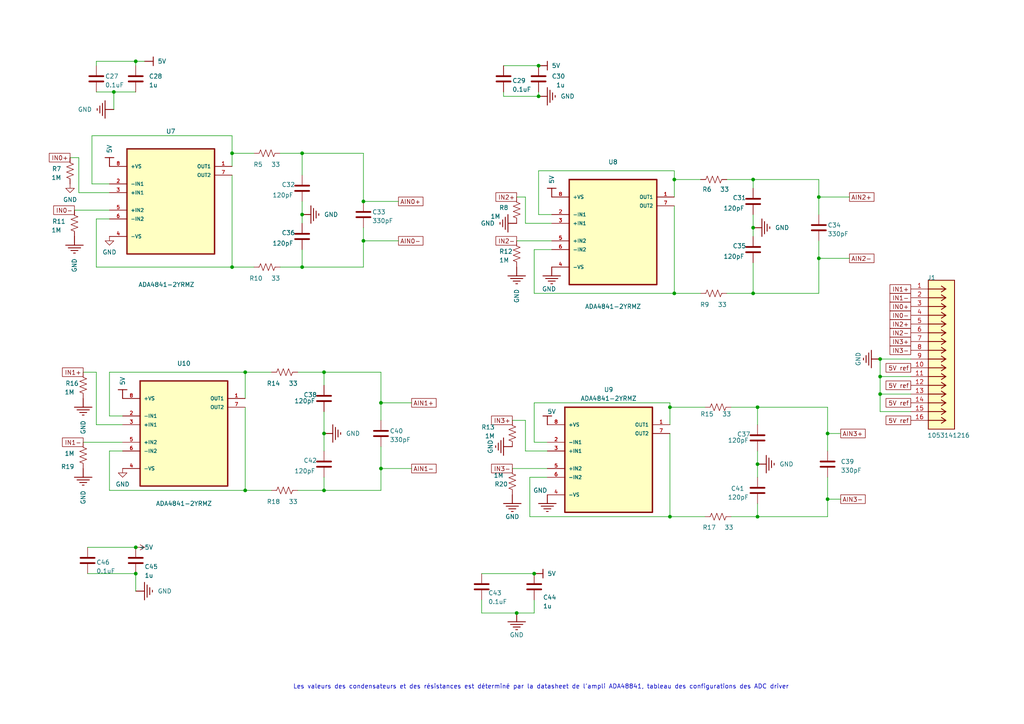
<source format=kicad_sch>
(kicad_sch (version 20211123) (generator eeschema)
  (paper "A4")
  (lib_symbols
    (symbol "ADA4841:ADA4841-2YRMZ" (pin_names (offset 1.016))
      (property "Reference" "U" (at -5.1054 14.5542 0))
      (property "Value" "ADA4841-2YRMZ" (at -7.7724 -21.1074 0))
      (symbol "ADA4841-2YRMZ_0_0"
        (rectangle (start -12.7 -17.78) (end 12.7 12.7) (stroke (width 0.4064)) (fill (type background)))
        (pin output line (at 17.78 7.62 180) (length 5.08) (name "OUT1") (number "1"))
        (pin input line (at -17.78 2.54 0) (length 5.08) (name "-IN1") (number "2"))
        (pin input line (at -17.78 0 0) (length 5.08) (name "+IN1") (number "3"))
        (pin power_in line (at -17.78 -12.7 0) (length 5.08) (name "-VS") (number "4"))
        (pin input line (at -17.78 -5.08 0) (length 5.08) (name "+IN2") (number "5"))
        (pin input line (at -17.78 -7.62 0) (length 5.08) (name "-IN2") (number "6"))
        (pin output line (at 17.78 5.08 180) (length 5.08) (name "OUT2") (number "7"))
        (pin power_in line (at -17.78 7.62 0) (length 5.08) (name "+VS") (number "8"))
      )
    )
    (symbol "Device:C" (pin_numbers hide) (pin_names (offset 0.254))
      (property "Reference" "C" (at 0.635 2.54 0))
      (property "Value" "C" (at 0.635 -2.54 0))
      (symbol "C_0_1"
        (polyline (pts (xy -2.032 -0.762) (xy 2.032 -0.762)) (stroke (width 0.508)))
        (polyline (pts (xy -2.032 0.762) (xy 2.032 0.762)) (stroke (width 0.508)))
      )
      (symbol "C_1_1"
        (pin passive line (at 0 3.81 270) (length 2.794) (name "~") (number "1"))
        (pin passive line (at 0 -3.81 90) (length 2.794) (name "~") (number "2"))
      )
    )
    (symbol "Device:R_US" (pin_numbers hide) (pin_names (offset 0))
      (property "Reference" "R" (at 2.54 0 90))
      (property "Value" "R_US" (at -2.54 0 90))
      (symbol "R_US_0_1"
        (polyline (pts (xy 0 -2.286) (xy 0 -2.54)))
        (polyline (pts (xy 0 2.286) (xy 0 2.54)))
        (polyline (pts (xy 0 -0.762) (xy 1.016 -1.143) (xy 0 -1.524) (xy -1.016 -1.905) (xy 0 -2.286)))
        (polyline (pts (xy 0 0.762) (xy 1.016 0.381) (xy 0 0) (xy -1.016 -0.381) (xy 0 -0.762)))
        (polyline (pts (xy 0 2.286) (xy 1.016 1.905) (xy 0 1.524) (xy -1.016 1.143) (xy 0 0.762)))
      )
      (symbol "R_US_1_1"
        (pin passive line (at 0 3.81 270) (length 1.27) (name "~") (number "1"))
        (pin passive line (at 0 -3.81 90) (length 1.27) (name "~") (number "2"))
      )
    )
    (symbol "driver0-3-altium-import:5V" (power)
      (property "Reference" "#PWR" (at 0 0 0))
      (property "Value" "5V" (at 0 3.81 0))
      (symbol "5V_0_0"
        (polyline (pts (xy -1.27 -2.54) (xy 1.27 -2.54)) (stroke (width 0.254)))
        (polyline (pts (xy 0 0) (xy 0 -2.54)) (stroke (width 0.254)))
        (pin power_in line (at 0 0 0) (length 0) hide (name "5V") (number ""))
      )
    )
    (symbol "driver0-3-altium-import:GND" (power)
      (property "Reference" "#PWR" (at 0 0 0))
      (property "Value" "GND" (at 0 6.35 0))
      (symbol "GND_0_0"
        (polyline (pts (xy -2.54 -2.54) (xy 2.54 -2.54)) (stroke (width 0.254)))
        (polyline (pts (xy -1.778 -3.302) (xy 1.778 -3.302)) (stroke (width 0.254)))
        (polyline (pts (xy -1.016 -4.064) (xy 1.016 -4.064)) (stroke (width 0.254)))
        (polyline (pts (xy -0.254 -4.826) (xy 0.254 -4.826)) (stroke (width 0.254)))
        (polyline (pts (xy 0 0) (xy 0 -2.54)) (stroke (width 0.254)))
        (pin power_in line (at 0 0 0) (length 0) hide (name "GND") (number ""))
      )
    )
    (symbol "lib:connector_accel"
      (property "Value" "connector_accel" (at 8.89 3.81 0))
      (symbol "connector_accel_1_0"
        (polyline (pts (xy 10.16 -38.1) (xy 5.08 -38.1)) (stroke (width 0.254)))
        (polyline (pts (xy 10.16 -38.1) (xy 8.89 -38.9467)) (stroke (width 0.254)))
        (polyline (pts (xy 10.16 -38.1) (xy 8.89 -37.2534)) (stroke (width 0.254)))
        (polyline (pts (xy 10.16 -35.56) (xy 5.08 -35.56)) (stroke (width 0.254)))
        (polyline (pts (xy 10.16 -35.56) (xy 8.89 -36.4067)) (stroke (width 0.254)))
        (polyline (pts (xy 10.16 -35.56) (xy 8.89 -34.7134)) (stroke (width 0.254)))
        (polyline (pts (xy 10.16 -33.02) (xy 5.08 -33.02)) (stroke (width 0.254)))
        (polyline (pts (xy 10.16 -33.02) (xy 8.89 -33.8667)) (stroke (width 0.254)))
        (polyline (pts (xy 10.16 -33.02) (xy 8.89 -32.1734)) (stroke (width 0.254)))
        (polyline (pts (xy 10.16 -30.48) (xy 5.08 -30.48)) (stroke (width 0.254)))
        (polyline (pts (xy 10.16 -30.48) (xy 8.89 -31.3267)) (stroke (width 0.254)))
        (polyline (pts (xy 10.16 -30.48) (xy 8.89 -29.6334)) (stroke (width 0.254)))
        (polyline (pts (xy 10.16 -27.94) (xy 5.08 -27.94)) (stroke (width 0.254)))
        (polyline (pts (xy 10.16 -27.94) (xy 8.89 -28.7867)) (stroke (width 0.254)))
        (polyline (pts (xy 10.16 -27.94) (xy 8.89 -27.0934)) (stroke (width 0.254)))
        (polyline (pts (xy 10.16 -25.4) (xy 5.08 -25.4)) (stroke (width 0.254)))
        (polyline (pts (xy 10.16 -25.4) (xy 8.89 -26.2467)) (stroke (width 0.254)))
        (polyline (pts (xy 10.16 -25.4) (xy 8.89 -24.5534)) (stroke (width 0.254)))
        (polyline (pts (xy 10.16 -22.86) (xy 5.08 -22.86)) (stroke (width 0.254)))
        (polyline (pts (xy 10.16 -22.86) (xy 8.89 -23.7067)) (stroke (width 0.254)))
        (polyline (pts (xy 10.16 -22.86) (xy 8.89 -22.0134)) (stroke (width 0.254)))
        (polyline (pts (xy 10.16 -20.32) (xy 5.08 -20.32)) (stroke (width 0.254)))
        (polyline (pts (xy 10.16 -20.32) (xy 8.89 -21.1667)) (stroke (width 0.254)))
        (polyline (pts (xy 10.16 -20.32) (xy 8.89 -19.4734)) (stroke (width 0.254)))
        (polyline (pts (xy 10.16 -17.78) (xy 5.08 -17.78)) (stroke (width 0.254)))
        (polyline (pts (xy 10.16 -17.78) (xy 8.89 -18.6267)) (stroke (width 0.254)))
        (polyline (pts (xy 10.16 -17.78) (xy 8.89 -16.9334)) (stroke (width 0.254)))
        (polyline (pts (xy 10.16 -15.24) (xy 5.08 -15.24)) (stroke (width 0.254)))
        (polyline (pts (xy 10.16 -15.24) (xy 8.89 -16.0867)) (stroke (width 0.254)))
        (polyline (pts (xy 10.16 -15.24) (xy 8.89 -14.3934)) (stroke (width 0.254)))
        (polyline (pts (xy 10.16 -12.7) (xy 5.08 -12.7)) (stroke (width 0.254)))
        (polyline (pts (xy 10.16 -12.7) (xy 8.89 -13.5467)) (stroke (width 0.254)))
        (polyline (pts (xy 10.16 -12.7) (xy 8.89 -11.8534)) (stroke (width 0.254)))
        (polyline (pts (xy 10.16 -10.16) (xy 5.08 -10.16)) (stroke (width 0.254)))
        (polyline (pts (xy 10.16 -10.16) (xy 8.89 -11.0067)) (stroke (width 0.254)))
        (polyline (pts (xy 10.16 -10.16) (xy 8.89 -9.3134)) (stroke (width 0.254)))
        (polyline (pts (xy 10.16 -7.62) (xy 5.08 -7.62)) (stroke (width 0.254)))
        (polyline (pts (xy 10.16 -7.62) (xy 8.89 -8.4667)) (stroke (width 0.254)))
        (polyline (pts (xy 10.16 -7.62) (xy 8.89 -6.7734)) (stroke (width 0.254)))
        (polyline (pts (xy 10.16 -5.08) (xy 5.08 -5.08)) (stroke (width 0.254)))
        (polyline (pts (xy 10.16 -5.08) (xy 8.89 -5.9267)) (stroke (width 0.254)))
        (polyline (pts (xy 10.16 -5.08) (xy 8.89 -4.2334)) (stroke (width 0.254)))
        (polyline (pts (xy 10.16 -2.54) (xy 5.08 -2.54)) (stroke (width 0.254)))
        (polyline (pts (xy 10.16 -2.54) (xy 8.89 -3.3867)) (stroke (width 0.254)))
        (polyline (pts (xy 10.16 -2.54) (xy 8.89 -1.6934)) (stroke (width 0.254)))
        (polyline (pts (xy 10.16 0) (xy 5.08 0)) (stroke (width 0.254)))
        (polyline (pts (xy 10.16 0) (xy 8.89 -0.8467)) (stroke (width 0.254)))
        (polyline (pts (xy 10.16 0) (xy 8.89 0.8466)) (stroke (width 0.254)))
        (rectangle (start 12.7 2.54) (end 5.08 -40.64) (stroke (width 0.254)) (fill (type background)))
        (pin passive line (at 0 0 0) (length 5.08) (name "1") (number "1"))
        (pin passive line (at 0 -22.86 0) (length 5.08) (name "10") (number "10"))
        (pin passive line (at 0 -25.4 0) (length 5.08) (name "11") (number "11"))
        (pin passive line (at 0 -27.94 0) (length 5.08) (name "12") (number "12"))
        (pin passive line (at 0 -30.48 0) (length 5.08) (name "13") (number "13"))
        (pin passive line (at 0 -33.02 0) (length 5.08) (name "14") (number "14"))
        (pin passive line (at 0 -35.56 0) (length 5.08) (name "15") (number "15"))
        (pin passive line (at 0 -38.1 0) (length 5.08) (name "16") (number "16"))
        (pin passive line (at 0 -2.54 0) (length 5.08) (name "2") (number "2"))
        (pin passive line (at 0 -5.08 0) (length 5.08) (name "3") (number "3"))
        (pin passive line (at 0 -7.62 0) (length 5.08) (name "4") (number "4"))
        (pin passive line (at 0 -10.16 0) (length 5.08) (name "5") (number "5"))
        (pin passive line (at 0 -12.7 0) (length 5.08) (name "6") (number "6"))
        (pin passive line (at 0 -15.24 0) (length 5.08) (name "7") (number "7"))
        (pin passive line (at 0 -17.78 0) (length 5.08) (name "8") (number "8"))
        (pin passive line (at 0 -20.32 0) (length 5.08) (name "9") (number "9"))
      )
    )
    (symbol "power:+5V" (power) (pin_names (offset 0))
      (property "Value" "+5V" (at 0 3.556 0))
      (symbol "+5V_0_1"
        (polyline (pts (xy -0.762 1.27) (xy 0 2.54)))
        (polyline (pts (xy 0 0) (xy 0 2.54)))
        (polyline (pts (xy 0 2.54) (xy 0.762 1.27)))
      )
      (symbol "+5V_1_1"
        (pin power_in line (at 0 0 90) (length 0) hide (name "+5V") (number "1"))
      )
    )
    (symbol "power:GND" (power) (pin_names (offset 0))
      (property "Value" "GND" (at 0 -3.81 0))
      (symbol "GND_0_1"
        (polyline (pts (xy 0 0) (xy 0 -1.27) (xy 1.27 -1.27) (xy 0 -2.54) (xy -1.27 -1.27) (xy 0 -1.27)))
      )
      (symbol "GND_1_1"
        (pin power_in line (at 0 0 270) (length 0) hide (name "GND") (number "1"))
      )
    )
  )
  (junction (at 149.86 177.8))
  (junction (at 71.12 142.24))
  (junction (at 67.31 44.45))
  (junction (at 67.31 77.47))
  (junction (at 39.37 158.75))
  (junction (at 194.31 118.11))
  (junction (at 93.98 107.95))
  (junction (at 218.44 66.04))
  (junction (at 219.71 118.11))
  (junction (at 255.27 109.22))
  (junction (at 237.49 57.15))
  (junction (at 93.98 142.24))
  (junction (at 110.49 135.89))
  (junction (at 237.49 74.93))
  (junction (at 255.27 104.14))
  (junction (at 105.41 58.42))
  (junction (at 219.71 149.86))
  (junction (at 218.44 85.09))
  (junction (at 39.37 166.37))
  (junction (at 156.21 19.05))
  (junction (at 105.41 69.85))
  (junction (at 33.02 26.67))
  (junction (at 240.03 125.73))
  (junction (at 195.58 85.09))
  (junction (at 156.21 27.94))
  (junction (at 39.37 17.78))
  (junction (at 87.63 77.47))
  (junction (at 219.71 134.62))
  (junction (at 71.12 107.95))
  (junction (at 240.03 144.78))
  (junction (at 93.98 125.73))
  (junction (at 255.27 114.3))
  (junction (at 218.44 52.07))
  (junction (at 110.49 116.84))
  (junction (at 87.63 62.23))
  (junction (at 195.58 52.07))
  (junction (at 154.94 166.37))
  (junction (at 194.31 149.86))
  (junction (at 87.63 44.45))
  (wire (pts (xy 240.03 125.73) (xy 243.84 125.73)))
  (wire (pts (xy 86.36 142.24) (xy 93.98 142.24)))
  (wire (pts (xy 156.21 62.23) (xy 156.21 49.53)))
  (wire (pts (xy 154.94 177.8) (xy 149.86 177.8)))
  (wire (pts (xy 237.49 52.07) (xy 218.44 52.07)))
  (wire (pts (xy 81.28 44.45) (xy 87.63 44.45)))
  (wire (pts (xy 218.44 66.04) (xy 218.44 68.58)))
  (wire (pts (xy 218.44 52.07) (xy 218.44 54.61)))
  (wire (pts (xy 154.94 173.99) (xy 154.94 177.8)))
  (wire (pts (xy 33.02 26.67) (xy 39.37 26.67)))
  (wire (pts (xy 93.98 111.76) (xy 93.98 107.95)))
  (wire (pts (xy 110.49 116.84) (xy 119.38 116.84)))
  (wire (pts (xy 39.37 17.78) (xy 39.37 19.05)))
  (wire (pts (xy 67.31 39.37) (xy 67.31 44.45)))
  (wire (pts (xy 110.49 142.24) (xy 93.98 142.24)))
  (wire (pts (xy 255.27 119.38) (xy 255.27 114.3)))
  (wire (pts (xy 218.44 85.09) (xy 218.44 76.2)))
  (wire (pts (xy 110.49 135.89) (xy 110.49 142.24)))
  (wire (pts (xy 22.86 55.88) (xy 22.86 45.72)))
  (wire (pts (xy 156.21 27.94) (xy 156.21 26.67)))
  (wire (pts (xy 110.49 129.54) (xy 110.49 135.89)))
  (wire (pts (xy 139.7 177.8) (xy 149.86 177.8)))
  (wire (pts (xy 255.27 114.3) (xy 255.27 109.22)))
  (wire (pts (xy 154.94 116.84) (xy 194.31 116.84)))
  (wire (pts (xy 219.71 118.11) (xy 212.09 118.11)))
  (wire (pts (xy 27.94 123.19) (xy 27.94 107.95)))
  (wire (pts (xy 152.4 57.15) (xy 149.86 57.15)))
  (wire (pts (xy 152.4 121.92) (xy 148.59 121.92)))
  (wire (pts (xy 31.75 63.5) (xy 27.94 63.5)))
  (wire (pts (xy 31.75 120.65) (xy 31.75 107.95)))
  (wire (pts (xy 35.56 130.81) (xy 31.75 130.81)))
  (wire (pts (xy 25.4 158.75) (xy 39.37 158.75)))
  (wire (pts (xy 158.75 138.43) (xy 153.67 138.43)))
  (wire (pts (xy 24.13 128.27) (xy 35.56 128.27)))
  (wire (pts (xy 33.02 26.67) (xy 33.02 31.75)))
  (wire (pts (xy 27.94 17.78) (xy 39.37 17.78)))
  (wire (pts (xy 210.82 52.07) (xy 218.44 52.07)))
  (wire (pts (xy 87.63 44.45) (xy 87.63 50.8)))
  (wire (pts (xy 160.02 72.39) (xy 154.94 72.39)))
  (wire (pts (xy 93.98 125.73) (xy 93.98 130.81)))
  (wire (pts (xy 195.58 52.07) (xy 195.58 57.15)))
  (wire (pts (xy 67.31 50.8) (xy 67.31 77.47)))
  (wire (pts (xy 237.49 57.15) (xy 237.49 52.07)))
  (wire (pts (xy 153.67 149.86) (xy 194.31 149.86)))
  (wire (pts (xy 195.58 52.07) (xy 203.2 52.07)))
  (wire (pts (xy 35.56 120.65) (xy 31.75 120.65)))
  (wire (pts (xy 158.75 130.81) (xy 152.4 130.81)))
  (wire (pts (xy 240.03 138.43) (xy 240.03 144.78)))
  (wire (pts (xy 154.94 85.09) (xy 195.58 85.09)))
  (wire (pts (xy 73.66 44.45) (xy 67.31 44.45)))
  (wire (pts (xy 87.63 58.42) (xy 87.63 62.23)))
  (wire (pts (xy 105.41 69.85) (xy 105.41 77.47)))
  (wire (pts (xy 93.98 142.24) (xy 93.98 138.43)))
  (wire (pts (xy 115.57 58.42) (xy 105.41 58.42)))
  (wire (pts (xy 67.31 44.45) (xy 67.31 48.26)))
  (wire (pts (xy 152.4 64.77) (xy 152.4 57.15)))
  (wire (pts (xy 160.02 62.23) (xy 156.21 62.23)))
  (wire (pts (xy 26.67 53.34) (xy 26.67 39.37)))
  (wire (pts (xy 31.75 130.81) (xy 31.75 142.24)))
  (wire (pts (xy 31.75 142.24) (xy 71.12 142.24)))
  (wire (pts (xy 71.12 107.95) (xy 78.74 107.95)))
  (wire (pts (xy 240.03 118.11) (xy 219.71 118.11)))
  (wire (pts (xy 255.27 109.22) (xy 255.27 104.14)))
  (wire (pts (xy 240.03 144.78) (xy 243.84 144.78)))
  (wire (pts (xy 160.02 64.77) (xy 152.4 64.77)))
  (wire (pts (xy 218.44 62.23) (xy 218.44 66.04)))
  (wire (pts (xy 264.16 119.38) (xy 255.27 119.38)))
  (wire (pts (xy 110.49 116.84) (xy 110.49 107.95)))
  (wire (pts (xy 219.71 130.81) (xy 219.71 134.62)))
  (wire (pts (xy 87.63 72.39) (xy 87.63 77.47)))
  (wire (pts (xy 105.41 44.45) (xy 87.63 44.45)))
  (wire (pts (xy 87.63 62.23) (xy 87.63 64.77)))
  (wire (pts (xy 240.03 130.81) (xy 240.03 125.73)))
  (wire (pts (xy 110.49 107.95) (xy 93.98 107.95)))
  (wire (pts (xy 146.05 27.94) (xy 156.21 27.94)))
  (wire (pts (xy 105.41 44.45) (xy 105.41 58.42)))
  (wire (pts (xy 210.82 85.09) (xy 218.44 85.09)))
  (wire (pts (xy 86.36 107.95) (xy 93.98 107.95)))
  (wire (pts (xy 25.4 166.37) (xy 39.37 166.37)))
  (wire (pts (xy 237.49 57.15) (xy 246.38 57.15)))
  (wire (pts (xy 41.91 17.78) (xy 39.37 17.78)))
  (wire (pts (xy 158.75 128.27) (xy 154.94 128.27)))
  (wire (pts (xy 264.16 109.22) (xy 255.27 109.22)))
  (wire (pts (xy 195.58 85.09) (xy 203.2 85.09)))
  (wire (pts (xy 237.49 74.93) (xy 237.49 85.09)))
  (wire (pts (xy 148.59 135.89) (xy 158.75 135.89)))
  (wire (pts (xy 195.58 59.69) (xy 195.58 85.09)))
  (wire (pts (xy 153.67 138.43) (xy 153.67 149.86)))
  (wire (pts (xy 264.16 114.3) (xy 255.27 114.3)))
  (wire (pts (xy 146.05 26.67) (xy 146.05 27.94)))
  (wire (pts (xy 154.94 72.39) (xy 154.94 85.09)))
  (wire (pts (xy 27.94 107.95) (xy 24.13 107.95)))
  (wire (pts (xy 194.31 116.84) (xy 194.31 118.11)))
  (wire (pts (xy 219.71 149.86) (xy 212.09 149.86)))
  (wire (pts (xy 240.03 149.86) (xy 219.71 149.86)))
  (wire (pts (xy 22.86 45.72) (xy 20.32 45.72)))
  (wire (pts (xy 194.31 149.86) (xy 204.47 149.86)))
  (wire (pts (xy 67.31 77.47) (xy 73.66 77.47)))
  (wire (pts (xy 146.05 19.05) (xy 156.21 19.05)))
  (wire (pts (xy 27.94 26.67) (xy 33.02 26.67)))
  (wire (pts (xy 27.94 19.05) (xy 27.94 17.78)))
  (wire (pts (xy 156.21 49.53) (xy 195.58 49.53)))
  (wire (pts (xy 237.49 69.85) (xy 237.49 74.93)))
  (wire (pts (xy 110.49 135.89) (xy 119.38 135.89)))
  (wire (pts (xy 237.49 85.09) (xy 218.44 85.09)))
  (wire (pts (xy 237.49 74.93) (xy 246.38 74.93)))
  (wire (pts (xy 194.31 125.73) (xy 194.31 149.86)))
  (wire (pts (xy 105.41 69.85) (xy 115.57 69.85)))
  (wire (pts (xy 31.75 53.34) (xy 26.67 53.34)))
  (wire (pts (xy 105.41 77.47) (xy 87.63 77.47)))
  (wire (pts (xy 139.7 173.99) (xy 139.7 177.8)))
  (wire (pts (xy 240.03 144.78) (xy 240.03 149.86)))
  (wire (pts (xy 149.86 69.85) (xy 160.02 69.85)))
  (wire (pts (xy 93.98 119.38) (xy 93.98 125.73)))
  (wire (pts (xy 219.71 146.05) (xy 219.71 149.86)))
  (wire (pts (xy 21.59 60.96) (xy 31.75 60.96)))
  (wire (pts (xy 195.58 49.53) (xy 195.58 52.07)))
  (wire (pts (xy 139.7 166.37) (xy 154.94 166.37)))
  (wire (pts (xy 26.67 39.37) (xy 67.31 39.37)))
  (wire (pts (xy 194.31 118.11) (xy 204.47 118.11)))
  (wire (pts (xy 35.56 123.19) (xy 27.94 123.19)))
  (wire (pts (xy 110.49 121.92) (xy 110.49 116.84)))
  (wire (pts (xy 154.94 128.27) (xy 154.94 116.84)))
  (wire (pts (xy 219.71 123.19) (xy 219.71 118.11)))
  (wire (pts (xy 219.71 134.62) (xy 219.71 138.43)))
  (wire (pts (xy 31.75 55.88) (xy 22.86 55.88)))
  (wire (pts (xy 255.27 104.14) (xy 264.16 104.14)))
  (wire (pts (xy 27.94 77.47) (xy 67.31 77.47)))
  (wire (pts (xy 31.75 107.95) (xy 71.12 107.95)))
  (wire (pts (xy 152.4 130.81) (xy 152.4 121.92)))
  (wire (pts (xy 71.12 118.11) (xy 71.12 142.24)))
  (wire (pts (xy 71.12 142.24) (xy 78.74 142.24)))
  (wire (pts (xy 194.31 118.11) (xy 194.31 123.19)))
  (wire (pts (xy 71.12 107.95) (xy 71.12 115.57)))
  (wire (pts (xy 105.41 66.04) (xy 105.41 69.85)))
  (wire (pts (xy 27.94 63.5) (xy 27.94 77.47)))
  (wire (pts (xy 237.49 62.23) (xy 237.49 57.15)))
  (wire (pts (xy 39.37 166.37) (xy 39.37 171.45)))
  (wire (pts (xy 240.03 125.73) (xy 240.03 118.11)))
  (wire (pts (xy 81.28 77.47) (xy 87.63 77.47)))
  (text "Les valeurs des condensateurs et des résistances est déterminé par la datasheet de l'ampli ADA48841, tableau des configurations des ADC driver" (at 85 200.0072 0) (effects (font (size 1.27 1.27)) (justify left bottom)))
  (global_label "5V ref" (shape passive) (at 264.16 111.76 180) (property "Intersheet References" "${INTERSHEET_REFS}" (effects hide)))
  (global_label "AIN3-" (shape passive) (at 243.84 144.78 0) (property "Intersheet References" "${INTERSHEET_REFS}" (effects hide)))
  (global_label "IN1-" (shape passive) (at 264.16 86.36 180) (property "Intersheet References" "${INTERSHEET_REFS}" (effects hide)))
  (global_label "5V ref" (shape passive) (at 264.16 121.92 180) (property "Intersheet References" "${INTERSHEET_REFS}" (effects hide)))
  (global_label "IN2+" (shape passive) (at 264.16 93.98 180) (property "Intersheet References" "${INTERSHEET_REFS}" (effects hide)))
  (global_label "AIN1-" (shape passive) (at 119.38 135.89 0) (property "Intersheet References" "${INTERSHEET_REFS}" (effects hide)))
  (global_label "IN0-" (shape passive) (at 21.59 60.96 180) (property "Intersheet References" "${INTERSHEET_REFS}" (effects hide)))
  (global_label "IN3+" (shape passive) (at 264.16 99.06 180) (property "Intersheet References" "${INTERSHEET_REFS}" (effects hide)))
  (global_label "IN2+" (shape passive) (at 149.86 57.15 180) (property "Intersheet References" "${INTERSHEET_REFS}" (effects hide)))
  (global_label "IN3-" (shape passive) (at 264.16 101.6 180) (property "Intersheet References" "${INTERSHEET_REFS}" (effects hide)))
  (global_label "IN2-" (shape passive) (at 264.16 96.52 180) (property "Intersheet References" "${INTERSHEET_REFS}" (effects hide)))
  (global_label "IN0+" (shape passive) (at 20.32 45.72 180) (property "Intersheet References" "${INTERSHEET_REFS}" (effects hide)))
  (global_label "5V ref" (shape passive) (at 264.16 116.84 180) (property "Intersheet References" "${INTERSHEET_REFS}" (effects hide)))
  (global_label "IN0-" (shape passive) (at 264.16 91.44 180) (property "Intersheet References" "${INTERSHEET_REFS}" (effects hide)))
  (global_label "AIN2+" (shape passive) (at 246.38 57.15 0) (property "Intersheet References" "${INTERSHEET_REFS}" (effects hide)))
  (global_label "IN3-" (shape passive) (at 148.59 135.89 180) (property "Intersheet References" "${INTERSHEET_REFS}" (effects hide)))
  (global_label "5V ref" (shape passive) (at 264.16 106.68 180) (property "Intersheet References" "${INTERSHEET_REFS}" (effects hide)))
  (global_label "AIN1+" (shape passive) (at 119.38 116.84 0) (property "Intersheet References" "${INTERSHEET_REFS}" (effects hide)))
  (global_label "IN1-" (shape passive) (at 24.13 128.27 180) (property "Intersheet References" "${INTERSHEET_REFS}" (effects hide)))
  (global_label "IN1+" (shape passive) (at 24.13 107.95 180) (property "Intersheet References" "${INTERSHEET_REFS}" (effects hide)))
  (global_label "AIN0+" (shape passive) (at 115.57 58.42 0) (property "Intersheet References" "${INTERSHEET_REFS}" (effects hide)))
  (global_label "AIN2-" (shape passive) (at 246.38 74.93 0) (property "Intersheet References" "${INTERSHEET_REFS}" (effects hide)))
  (global_label "AIN0-" (shape passive) (at 115.57 69.85 0) (property "Intersheet References" "${INTERSHEET_REFS}" (effects hide)))
  (global_label "IN1+" (shape passive) (at 264.16 83.82 180) (property "Intersheet References" "${INTERSHEET_REFS}" (effects hide)))
  (global_label "AIN3+" (shape passive) (at 243.84 125.73 0) (property "Intersheet References" "${INTERSHEET_REFS}" (effects hide)))
  (global_label "IN0+" (shape passive) (at 264.16 88.9 180) (property "Intersheet References" "${INTERSHEET_REFS}" (effects hide)))
  (global_label "IN2-" (shape passive) (at 149.86 69.85 180) (property "Intersheet References" "${INTERSHEET_REFS}" (effects hide)))
  (global_label "IN3+" (shape passive) (at 148.59 121.92 180) (property "Intersheet References" "${INTERSHEET_REFS}" (effects hide)))
  (symbol (lib_id "Device:R_US") (at 148.59 139.7 180) (unit 1)
    (property "Reference" "R20" (at 147.32 139.7 0) (effects (justify left bottom)))
    (property "Value" "1M" (at 146.05 137.16 0) (effects (justify left bottom)))
    (property "Footprint" "RESC1608X55N" (effects hide))
    (property "PRICE" "None" (effects hide))
    (property "AVAILABILITY" "Unavailable" (effects hide))
    (property "ALTIUM_VALUE" "*" (effects hide))
    (property "MP" "RT0603DRD071ML" (effects hide))
    (property "PACKAGE" "None" (effects hide))
    (property "MF" "{'manufacturer': u'Yageo'}" (effects hide))
    (property "COMPONENT TYPE" "Standard" (effects hide))
    (property "DESIGN ITEM ID" "RT0603DRD071ML" (effects hide))
    (property "PIN COUNT" "2" (effects hide))
    (property "SOURCE" "workerBoard.SCHLIB" (effects hide))
  )
  (symbol (lib_id "driver0-3-altium-import:GND") (at 87.63 62.23 90) (unit 1)
    (property "Reference" "#PWR?" (effects hide))
    (property "Value" "GND" (at 93.98 62.23 90) (effects (justify right)))
  )
  (symbol (lib_id "driver0-3-altium-import:GND") (at 219.71 134.62 90) (unit 1)
    (property "Reference" "#PWR?" (effects hide))
    (property "Value" "GND" (at 226.06 134.62 90) (effects (justify right)))
  )
  (symbol (lib_id "lib:connector_accel") (at 264.16 83.82 0) (unit 1)
    (property "Reference" "J1" (at 268.986 81.28 0) (effects (justify left bottom)))
    (property "Value" "1053141216" (at 268.986 127 0) (effects (justify left bottom)))
    (property "Footprint" "CON_1053141216" (effects hide))
    (property "COPYRIGHT" "Copyright (C) 2021 Ultra Librarian. All rights reserved." (effects hide))
    (property "MFR_NAME" "Molex Connector Corporation" (effects hide))
    (property "MANUFACTURER_PART_NUMBER" "1053141216" (effects hide))
    (property "DIGI-KEY_PART_NUMBER_1" "WM15165-ND" (effects hide))
    (property "REFDES" "RefDes" (effects hide))
    (property "TYPE" "DEV" (effects hide))
    (property "COMPONENT TYPE" "Standard" (effects hide))
    (property "DESIGN ITEM ID" "1053141216" (effects hide))
    (property "PIN COUNT" "16" (effects hide))
    (property "SOURCE" "workerBoard.SCHLIB" (effects hide))
  )
  (symbol (lib_id "driver0-3-altium-import:GND") (at 218.44 66.04 90) (unit 1)
    (property "Reference" "#PWR?" (effects hide))
    (property "Value" "GND" (at 224.79 66.04 90) (effects (justify right)))
  )
  (symbol (lib_id "Device:R_US") (at 82.55 142.24 90) (unit 1)
    (property "Reference" "R18" (at 81.28 144.78 90) (effects (justify left bottom)))
    (property "Value" "33" (at 86.36 144.78 90) (effects (justify left bottom)))
    (property "Footprint" "RESC1608X55N" (effects hide))
    (property "PRICE" "None" (effects hide))
    (property "AVAILABILITY" "Unavailable" (effects hide))
    (property "ALTIUM_VALUE" "*" (effects hide))
    (property "MP" "RT0603BRD0733RL" (effects hide))
    (property "PACKAGE" "None" (effects hide))
    (property "MF" "{'manufacturer': u'Yageo'}" (effects hide))
    (property "COMPONENT TYPE" "Standard" (effects hide))
    (property "DESIGN ITEM ID" "RT0603BRD0733RL_2" (effects hide))
    (property "PIN COUNT" "2" (effects hide))
    (property "SOURCE" "workerBoard.SCHLIB" (effects hide))
  )
  (symbol (lib_id "ADA4841:ADA4841-2YRMZ") (at 49.53 55.88 0) (unit 1)
    (property "Reference" "U7" (at 49.53 38.1 0))
    (property "Value" "ADA4841-2YRMZ" (at 48.26 82.55 0))
    (property "Footprint" "bib:ADI-RM-8_M" (effects hide))
    (property "PACKAGE" "MSOP-8" (effects hide))
    (property "OC_NEWARK" "19M0647" (effects hide))
    (property "OC_FARNELL" "1274194" (effects hide))
    (property "MPN" "ADA4841-2YRMZ" (effects hide))
    (property "SUPPLIER" "Analog Devices" (effects hide))
  )
  (symbol (lib_id "Device:C") (at 146.05 22.86 0) (unit 1)
    (property "Reference" "C29" (at 148.59 24.13 0) (effects (justify left bottom)))
    (property "Value" "0.1uF" (at 148.59 26.67 0) (effects (justify left bottom)))
    (property "Footprint" "CAPC1608X90N" (effects hide))
    (property "PRICE" "None" (effects hide))
    (property "AVAILABILITY" "Unavailable" (effects hide))
    (property "ALTIUM_VALUE" "*" (effects hide))
    (property "MP" "06033D104KAT2A" (effects hide))
    (property "PACKAGE" "None" (effects hide))
    (property "MF" "{'manufacturer': u'AVX'}" (effects hide))
    (property "COMPONENT TYPE" "Standard" (effects hide))
    (property "DESIGN ITEM ID" "06033D104KAT2A" (effects hide))
    (property "PIN COUNT" "2" (effects hide))
    (property "SOURCE" "workerBoard.SCHLIB" (effects hide))
  )
  (symbol (lib_id "Device:R_US") (at 24.13 111.76 180) (unit 1)
    (property "Reference" "R16" (at 22.86 110.49 0) (effects (justify left bottom)))
    (property "Value" "1M" (at 21.59 113.03 0) (effects (justify left bottom)))
    (property "Footprint" "RESC1608X55N" (effects hide))
    (property "PRICE" "None" (effects hide))
    (property "AVAILABILITY" "Unavailable" (effects hide))
    (property "ALTIUM_VALUE" "*" (effects hide))
    (property "MP" "RT0603DRD071ML" (effects hide))
    (property "PACKAGE" "None" (effects hide))
    (property "MF" "{'manufacturer': u'Yageo'}" (effects hide))
    (property "COMPONENT TYPE" "Standard" (effects hide))
    (property "DESIGN ITEM ID" "RT0603DRD071ML" (effects hide))
    (property "PIN COUNT" "2" (effects hide))
    (property "SOURCE" "workerBoard.SCHLIB" (effects hide))
  )
  (symbol (lib_id "driver0-3-altium-import:GND") (at 148.59 143.51 0) (unit 1)
    (property "Reference" "#PWR?" (effects hide))
    (property "Value" "GND" (at 148.59 149.86 0))
  )
  (symbol (lib_id "Device:C") (at 93.98 134.62 180) (unit 1)
    (property "Reference" "C42" (at 91.9449 132.8414 0) (effects (justify left bottom)))
    (property "Value" "120pF" (at 91.44 135.89 0) (effects (justify left bottom)))
    (property "Footprint" "CAPC1608X90" (effects hide))
    (property "PRICE" "None" (effects hide))
    (property "AVAILABILITY" "Unavailable" (effects hide))
    (property "ALTIUM_VALUE" "*" (effects hide))
    (property "MP" "06035A121GAT2A" (effects hide))
    (property "PACKAGE" "None" (effects hide))
    (property "MF" "{'manufacturer': u'AVX'}" (effects hide))
    (property "COMPONENT TYPE" "Standard" (effects hide))
    (property "DESIGN ITEM ID" "06035A121GAT2A" (effects hide))
    (property "PIN COUNT" "2" (effects hide))
    (property "SOURCE" "workerBoard.SCHLIB" (effects hide))
  )
  (symbol (lib_id "Device:C") (at 39.37 162.56 0) (unit 1)
    (property "Reference" "C45" (at 41.91 165.1 0) (effects (justify left bottom)))
    (property "Value" "1u" (at 41.91 167.64 0) (effects (justify left bottom)))
    (property "Footprint" "CAPC1608X90N" (effects hide))
    (property "DATASHEET LINK" "https://componentsearchengine.com/Datasheets/1/06031A100FAT2A.pdf" (effects hide))
    (property "HEIGHT" "0.9mm" (effects hide))
    (property "MANUFACTURER_NAME" "AVX" (effects hide))
    (property "MANUFACTURER_PART_NUMBER" "0603YC105MAT4A" (effects hide))
    (property "COMPONENT TYPE" "Standard" (effects hide))
    (property "DESIGN ITEM ID" "0603YC105MAT4A" (effects hide))
    (property "PIN COUNT" "2" (effects hide))
    (property "SOURCE" "workerBoard.SCHLIB" (effects hide))
  )
  (symbol (lib_id "ADA4841:ADA4841-2YRMZ") (at 176.53 130.81 0) (unit 1)
    (property "Reference" "U9" (at 176.53 113.03 0))
    (property "Value" "ADA4841-2YRMZ" (at 176.53 115.57 0))
    (property "Footprint" "bib:ADI-RM-8_M" (effects hide))
    (property "PACKAGE" "MSOP-8" (effects hide))
    (property "OC_NEWARK" "19M0647" (effects hide))
    (property "OC_FARNELL" "1274194" (effects hide))
    (property "MPN" "ADA4841-2YRMZ" (effects hide))
    (property "SUPPLIER" "Analog Devices" (effects hide))
  )
  (symbol (lib_id "ADA4841:ADA4841-2YRMZ") (at 177.8 64.77 0) (unit 1)
    (property "Reference" "U8" (at 177.8 46.99 0))
    (property "Value" "ADA4841-2YRMZ" (at 177.8 88.9 0))
    (property "Footprint" "bib:ADI-RM-8_M" (effects hide))
    (property "PACKAGE" "MSOP-8" (effects hide))
    (property "OC_NEWARK" "19M0647" (effects hide))
    (property "OC_FARNELL" "1274194" (effects hide))
    (property "MPN" "ADA4841-2YRMZ" (effects hide))
    (property "SUPPLIER" "Analog Devices" (effects hide))
  )
  (symbol (lib_id "driver0-3-altium-import:5V") (at 35.56 115.57 180) (unit 1)
    (property "Reference" "#PWR0145" (effects hide))
    (property "Value" "5V" (at 35.56 111.76 90) (effects (justify right)))
  )
  (symbol (lib_id "Device:R_US") (at 82.55 107.95 90) (unit 1)
    (property "Reference" "R14" (at 81.28 110.49 90) (effects (justify left bottom)))
    (property "Value" "33" (at 86.36 110.49 90) (effects (justify left bottom)))
    (property "Footprint" "RESC1608X55N" (effects hide))
    (property "PRICE" "None" (effects hide))
    (property "AVAILABILITY" "Unavailable" (effects hide))
    (property "ALTIUM_VALUE" "*" (effects hide))
    (property "MP" "RT0603BRD0733RL" (effects hide))
    (property "PACKAGE" "None" (effects hide))
    (property "MF" "{'manufacturer': u'Yageo'}" (effects hide))
    (property "COMPONENT TYPE" "Standard" (effects hide))
    (property "DESIGN ITEM ID" "RT0603BRD0733RL_2" (effects hide))
    (property "PIN COUNT" "2" (effects hide))
    (property "SOURCE" "workerBoard.SCHLIB" (effects hide))
  )
  (symbol (lib_id "Device:C") (at 237.49 66.04 0) (unit 1)
    (property "Reference" "C34" (at 240.03 66.04 0) (effects (justify left bottom)))
    (property "Value" "330pF" (at 240.03 68.58 0) (effects (justify left bottom)))
    (property "Footprint" "CAPC1608X90" (effects hide))
    (property "PRICE" "None" (effects hide))
    (property "AVAILABILITY" "Unavailable" (effects hide))
    (property "ALTIUM_VALUE" "*" (effects hide))
    (property "MP" "06033A331GAT2A" (effects hide))
    (property "PACKAGE" "None" (effects hide))
    (property "MF" "{'manufacturer': u'AVX'}" (effects hide))
    (property "COMPONENT TYPE" "Standard" (effects hide))
    (property "DESIGN ITEM ID" "06033A331GAT2A" (effects hide))
    (property "PIN COUNT" "2" (effects hide))
    (property "SOURCE" "workerBoard.SCHLIB" (effects hide))
  )
  (symbol (lib_id "Device:C") (at 240.03 134.62 0) (unit 1)
    (property "Reference" "C39" (at 243.84 134.62 0) (effects (justify left bottom)))
    (property "Value" "330pF" (at 243.84 137.16 0) (effects (justify left bottom)))
    (property "Footprint" "CAPC1608X90" (effects hide))
    (property "PRICE" "None" (effects hide))
    (property "AVAILABILITY" "Unavailable" (effects hide))
    (property "ALTIUM_VALUE" "*" (effects hide))
    (property "MP" "06033A331GAT2A" (effects hide))
    (property "PACKAGE" "None" (effects hide))
    (property "MF" "{'manufacturer': u'AVX'}" (effects hide))
    (property "COMPONENT TYPE" "Standard" (effects hide))
    (property "DESIGN ITEM ID" "06033A331GAT2A" (effects hide))
    (property "PIN COUNT" "2" (effects hide))
    (property "SOURCE" "workerBoard.SCHLIB" (effects hide))
  )
  (symbol (lib_id "Device:C") (at 154.94 170.18 0) (unit 1)
    (property "Reference" "C44" (at 157.48 173.99 0) (effects (justify left bottom)))
    (property "Value" "1u" (at 157.48 176.53 0) (effects (justify left bottom)))
    (property "Footprint" "CAPC1608X90N" (effects hide))
    (property "DATASHEET LINK" "https://componentsearchengine.com/Datasheets/1/06031A100FAT2A.pdf" (effects hide))
    (property "HEIGHT" "0.9mm" (effects hide))
    (property "MANUFACTURER_NAME" "AVX" (effects hide))
    (property "MANUFACTURER_PART_NUMBER" "0603YC105MAT4A" (effects hide))
    (property "COMPONENT TYPE" "Standard" (effects hide))
    (property "DESIGN ITEM ID" "0603YC105MAT4A" (effects hide))
    (property "PIN COUNT" "2" (effects hide))
    (property "SOURCE" "workerBoard.SCHLIB" (effects hide))
  )
  (symbol (lib_id "power:+5V") (at 39.37 158.75 270) (unit 1)
    (property "Reference" "#PWR0142" (effects hide))
    (property "Value" "5V" (at 44.45 158.75 90) (effects (justify right)))
  )
  (symbol (lib_id "Device:C") (at 156.21 22.86 0) (unit 1)
    (property "Reference" "C30" (at 160.02 22.86 0) (effects (justify left bottom)))
    (property "Value" "1u" (at 161.29 25.4 0) (effects (justify left bottom)))
    (property "Footprint" "CAPC1608X90N" (effects hide))
    (property "DATASHEET LINK" "https://componentsearchengine.com/Datasheets/1/06031A100FAT2A.pdf" (effects hide))
    (property "HEIGHT" "0.9mm" (effects hide))
    (property "MANUFACTURER_NAME" "AVX" (effects hide))
    (property "MANUFACTURER_PART_NUMBER" "0603YC105MAT4A" (effects hide))
    (property "COMPONENT TYPE" "Standard" (effects hide))
    (property "DESIGN ITEM ID" "0603YC105MAT4A" (effects hide))
    (property "PIN COUNT" "2" (effects hide))
    (property "SOURCE" "workerBoard.SCHLIB" (effects hide))
  )
  (symbol (lib_id "driver0-3-altium-import:GND") (at 158.75 143.51 0) (unit 1)
    (property "Reference" "#PWR?" (effects hide))
    (property "Value" "GND" (at 158.75 142.24 0) (effects (justify right)))
  )
  (symbol (lib_id "driver0-3-altium-import:GND") (at 148.59 129.54 270) (unit 1)
    (property "Reference" "#PWR?" (effects hide))
    (property "Value" "GND" (at 142.24 129.54 0))
  )
  (symbol (lib_id "Device:C") (at 139.7 170.18 0) (unit 1)
    (property "Reference" "C43" (at 141.605 172.72 0) (effects (justify left bottom)))
    (property "Value" "0.1uF" (at 141.605 175.26 0) (effects (justify left bottom)))
    (property "Footprint" "CAPC1608X90N" (effects hide))
    (property "PRICE" "None" (effects hide))
    (property "AVAILABILITY" "Unavailable" (effects hide))
    (property "ALTIUM_VALUE" "*" (effects hide))
    (property "MP" "06033D104KAT2A" (effects hide))
    (property "PACKAGE" "None" (effects hide))
    (property "MF" "{'manufacturer': u'AVX'}" (effects hide))
    (property "COMPONENT TYPE" "Standard" (effects hide))
    (property "DESIGN ITEM ID" "06033D104KAT2A" (effects hide))
    (property "PIN COUNT" "2" (effects hide))
    (property "SOURCE" "workerBoard.SCHLIB" (effects hide))
  )
  (symbol (lib_id "driver0-3-altium-import:GND") (at 149.86 77.47 0) (unit 1)
    (property "Reference" "#PWR?" (effects hide))
    (property "Value" "GND" (at 149.86 83.82 90) (effects (justify right)))
  )
  (symbol (lib_id "driver0-3-altium-import:5V") (at 156.21 19.05 90) (unit 1)
    (property "Reference" "#PWR?" (effects hide))
    (property "Value" "5V" (at 160.02 19.05 90) (effects (justify right)))
  )
  (symbol (lib_id "Device:C") (at 87.63 54.61 180) (unit 1)
    (property "Reference" "C32" (at 85.5949 52.8314 0) (effects (justify left bottom)))
    (property "Value" "120pF" (at 85.09 55.88 0) (effects (justify left bottom)))
    (property "Footprint" "CAPC1608X90" (effects hide))
    (property "PRICE" "None" (effects hide))
    (property "AVAILABILITY" "Unavailable" (effects hide))
    (property "ALTIUM_VALUE" "*" (effects hide))
    (property "MP" "06035A121GAT2A" (effects hide))
    (property "PACKAGE" "None" (effects hide))
    (property "MF" "{'manufacturer': u'AVX'}" (effects hide))
    (property "COMPONENT TYPE" "Standard" (effects hide))
    (property "DESIGN ITEM ID" "06035A121GAT2A" (effects hide))
    (property "PIN COUNT" "2" (effects hide))
    (property "SOURCE" "workerBoard.SCHLIB" (effects hide))
  )
  (symbol (lib_id "Device:R_US") (at 208.28 118.11 90) (unit 1)
    (property "Reference" "R15" (at 207.01 119.38 90) (effects (justify left bottom)))
    (property "Value" "33" (at 212.09 119.38 90) (effects (justify left bottom)))
    (property "Footprint" "RESC1608X55N" (effects hide))
    (property "PRICE" "None" (effects hide))
    (property "AVAILABILITY" "Unavailable" (effects hide))
    (property "ALTIUM_VALUE" "*" (effects hide))
    (property "MP" "RT0603BRD0733RL" (effects hide))
    (property "PACKAGE" "None" (effects hide))
    (property "MF" "{'manufacturer': u'Yageo'}" (effects hide))
    (property "COMPONENT TYPE" "Standard" (effects hide))
    (property "DESIGN ITEM ID" "RT0603BRD0733RL_2" (effects hide))
    (property "PIN COUNT" "2" (effects hide))
    (property "SOURCE" "workerBoard.SCHLIB" (effects hide))
  )
  (symbol (lib_id "Device:R_US") (at 21.59 64.77 180) (unit 1)
    (property "Reference" "R11" (at 19.05 63.5 0) (effects (justify left bottom)))
    (property "Value" "1M" (at 17.78 66.04 0) (effects (justify left bottom)))
    (property "Footprint" "RESC1608X55N" (effects hide))
    (property "PRICE" "None" (effects hide))
    (property "AVAILABILITY" "Unavailable" (effects hide))
    (property "ALTIUM_VALUE" "*" (effects hide))
    (property "MP" "RT0603DRD071ML" (effects hide))
    (property "PACKAGE" "None" (effects hide))
    (property "MF" "{'manufacturer': u'Yageo'}" (effects hide))
    (property "COMPONENT TYPE" "Standard" (effects hide))
    (property "DESIGN ITEM ID" "RT0603DRD071ML" (effects hide))
    (property "PIN COUNT" "2" (effects hide))
    (property "SOURCE" "workerBoard.SCHLIB" (effects hide))
  )
  (symbol (lib_id "Device:R_US") (at 207.01 85.09 90) (unit 1)
    (property "Reference" "R9" (at 205.74 87.63 90) (effects (justify left bottom)))
    (property "Value" "33" (at 210.82 87.63 90) (effects (justify left bottom)))
    (property "Footprint" "RESC1608X55N" (effects hide))
    (property "PRICE" "None" (effects hide))
    (property "AVAILABILITY" "Unavailable" (effects hide))
    (property "ALTIUM_VALUE" "*" (effects hide))
    (property "MP" "RT0603BRD0733RL" (effects hide))
    (property "PACKAGE" "None" (effects hide))
    (property "MF" "{'manufacturer': u'Yageo'}" (effects hide))
    (property "COMPONENT TYPE" "Standard" (effects hide))
    (property "DESIGN ITEM ID" "RT0603BRD0733RL_2" (effects hide))
    (property "PIN COUNT" "2" (effects hide))
    (property "SOURCE" "workerBoard.SCHLIB" (effects hide))
  )
  (symbol (lib_id "Device:C") (at 219.71 142.24 180) (unit 1)
    (property "Reference" "C41" (at 215.9 140.97 0) (effects (justify left bottom)))
    (property "Value" "120pF" (at 217.17 143.51 0) (effects (justify left bottom)))
    (property "Footprint" "CAPC1608X90" (effects hide))
    (property "PRICE" "None" (effects hide))
    (property "AVAILABILITY" "Unavailable" (effects hide))
    (property "ALTIUM_VALUE" "*" (effects hide))
    (property "MP" "06035A121GAT2A" (effects hide))
    (property "PACKAGE" "None" (effects hide))
    (property "MF" "{'manufacturer': u'AVX'}" (effects hide))
    (property "COMPONENT TYPE" "Standard" (effects hide))
    (property "DESIGN ITEM ID" "06035A121GAT2A" (effects hide))
    (property "PIN COUNT" "2" (effects hide))
    (property "SOURCE" "workerBoard.SCHLIB" (effects hide))
  )
  (symbol (lib_id "ADA4841:ADA4841-2YRMZ") (at 53.34 123.19 0) (unit 1)
    (property "Reference" "U10" (at 53.34 105.41 0))
    (property "Value" "ADA4841-2YRMZ" (at 53.34 146.05 0))
    (property "Footprint" "bib:ADI-RM-8_M" (effects hide))
    (property "PACKAGE" "MSOP-8" (effects hide))
    (property "OC_NEWARK" "19M0647" (effects hide))
    (property "OC_FARNELL" "1274194" (effects hide))
    (property "MPN" "ADA4841-2YRMZ" (effects hide))
    (property "SUPPLIER" "Analog Devices" (effects hide))
  )
  (symbol (lib_id "driver0-3-altium-import:GND") (at 24.13 135.89 0) (unit 1)
    (property "Reference" "#PWR?" (effects hide))
    (property "Value" "GND" (at 24.13 142.24 90) (effects (justify right)))
  )
  (symbol (lib_id "Device:C") (at 110.49 125.73 0) (unit 1)
    (property "Reference" "C40" (at 113.03 125.73 0) (effects (justify left bottom)))
    (property "Value" "330pF" (at 113.03 128.27 0) (effects (justify left bottom)))
    (property "Footprint" "CAPC1608X90" (effects hide))
    (property "PRICE" "None" (effects hide))
    (property "AVAILABILITY" "Unavailable" (effects hide))
    (property "ALTIUM_VALUE" "*" (effects hide))
    (property "MP" "06033A331GAT2A" (effects hide))
    (property "PACKAGE" "None" (effects hide))
    (property "MF" "{'manufacturer': u'AVX'}" (effects hide))
    (property "COMPONENT TYPE" "Standard" (effects hide))
    (property "DESIGN ITEM ID" "06033A331GAT2A" (effects hide))
    (property "PIN COUNT" "2" (effects hide))
    (property "SOURCE" "workerBoard.SCHLIB" (effects hide))
  )
  (symbol (lib_id "Device:R_US") (at 208.28 149.86 90) (unit 1)
    (property "Reference" "R17" (at 207.67 152.2528 90) (effects (justify left bottom)))
    (property "Value" "33" (at 212.75 152.2528 90) (effects (justify left bottom)))
    (property "Footprint" "RESC1608X55N" (effects hide))
    (property "PRICE" "None" (effects hide))
    (property "AVAILABILITY" "Unavailable" (effects hide))
    (property "ALTIUM_VALUE" "*" (effects hide))
    (property "MP" "RT0603BRD0733RL" (effects hide))
    (property "PACKAGE" "None" (effects hide))
    (property "MF" "{'manufacturer': u'Yageo'}" (effects hide))
    (property "COMPONENT TYPE" "Standard" (effects hide))
    (property "DESIGN ITEM ID" "RT0603BRD0733RL_2" (effects hide))
    (property "PIN COUNT" "2" (effects hide))
    (property "SOURCE" "workerBoard.SCHLIB" (effects hide))
  )
  (symbol (lib_id "Device:C") (at 87.63 68.58 180) (unit 1)
    (property "Reference" "C36" (at 85.5949 66.8014 0) (effects (justify left bottom)))
    (property "Value" "120pF" (at 85.09 69.85 0) (effects (justify left bottom)))
    (property "Footprint" "CAPC1608X90" (effects hide))
    (property "PRICE" "None" (effects hide))
    (property "AVAILABILITY" "Unavailable" (effects hide))
    (property "ALTIUM_VALUE" "*" (effects hide))
    (property "MP" "06035A121GAT2A" (effects hide))
    (property "PACKAGE" "None" (effects hide))
    (property "MF" "{'manufacturer': u'AVX'}" (effects hide))
    (property "COMPONENT TYPE" "Standard" (effects hide))
    (property "DESIGN ITEM ID" "06035A121GAT2A" (effects hide))
    (property "PIN COUNT" "2" (effects hide))
    (property "SOURCE" "workerBoard.SCHLIB" (effects hide))
  )
  (symbol (lib_id "Device:R_US") (at 149.86 73.66 0) (unit 1)
    (property "Reference" "R12" (at 144.78 73.66 0) (effects (justify left bottom)))
    (property "Value" "1M" (at 144.78 76.2 0) (effects (justify left bottom)))
    (property "Footprint" "RESC1608X55N" (effects hide))
    (property "PRICE" "None" (effects hide))
    (property "AVAILABILITY" "Unavailable" (effects hide))
    (property "ALTIUM_VALUE" "*" (effects hide))
    (property "MP" "RT0603DRD071ML" (effects hide))
    (property "PACKAGE" "None" (effects hide))
    (property "MF" "{'manufacturer': u'Yageo'}" (effects hide))
    (property "COMPONENT TYPE" "Standard" (effects hide))
    (property "DESIGN ITEM ID" "RT0603DRD071ML" (effects hide))
    (property "PIN COUNT" "2" (effects hide))
    (property "SOURCE" "workerBoard.SCHLIB" (effects hide))
  )
  (symbol (lib_id "driver0-3-altium-import:GND") (at 255.27 104.14 270) (unit 1)
    (property "Reference" "#PWR?" (effects hide))
    (property "Value" "GND" (at 248.92 104.14 0))
  )
  (symbol (lib_id "Device:C") (at 25.4 162.56 0) (unit 1)
    (property "Reference" "C46" (at 27.94 163.83 0) (effects (justify left bottom)))
    (property "Value" "0.1uF" (at 27.94 166.37 0) (effects (justify left bottom)))
    (property "Footprint" "CAPC1608X90N" (effects hide))
    (property "PRICE" "None" (effects hide))
    (property "AVAILABILITY" "Unavailable" (effects hide))
    (property "ALTIUM_VALUE" "*" (effects hide))
    (property "MP" "06033D104KAT2A" (effects hide))
    (property "PACKAGE" "None" (effects hide))
    (property "MF" "{'manufacturer': u'AVX'}" (effects hide))
    (property "COMPONENT TYPE" "Standard" (effects hide))
    (property "DESIGN ITEM ID" "06033D104KAT2A" (effects hide))
    (property "PIN COUNT" "2" (effects hide))
    (property "SOURCE" "workerBoard.SCHLIB" (effects hide))
  )
  (symbol (lib_id "driver0-3-altium-import:5V") (at 154.94 166.37 90) (unit 1)
    (property "Reference" "#PWR?" (effects hide))
    (property "Value" "5V" (at 158.75 166.37 90) (effects (justify right)))
  )
  (symbol (lib_id "driver0-3-altium-import:GND") (at 33.02 31.75 270) (unit 1)
    (property "Reference" "#PWR?" (effects hide))
    (property "Value" "GND" (at 26.67 31.75 90) (effects (justify right)))
  )
  (symbol (lib_id "Device:R_US") (at 77.47 44.45 90) (unit 1)
    (property "Reference" "R5" (at 76.2 46.99 90) (effects (justify left bottom)))
    (property "Value" "33" (at 81.28 46.99 90) (effects (justify left bottom)))
    (property "Footprint" "RESC1608X55N" (effects hide))
    (property "PRICE" "None" (effects hide))
    (property "AVAILABILITY" "Unavailable" (effects hide))
    (property "ALTIUM_VALUE" "*" (effects hide))
    (property "MP" "RT0603BRD0733RL" (effects hide))
    (property "PACKAGE" "None" (effects hide))
    (property "MF" "{'manufacturer': u'Yageo'}" (effects hide))
    (property "COMPONENT TYPE" "Standard" (effects hide))
    (property "DESIGN ITEM ID" "RT0603BRD0733RL_2" (effects hide))
    (property "PIN COUNT" "2" (effects hide))
    (property "SOURCE" "workerBoard.SCHLIB" (effects hide))
  )
  (symbol (lib_id "Device:C") (at 27.94 22.86 0) (unit 1)
    (property "Reference" "C27" (at 30.48 22.86 0) (effects (justify left bottom)))
    (property "Value" "0.1uF" (at 30.48 25.4 0) (effects (justify left bottom)))
    (property "Footprint" "CAPC1608X90N" (effects hide))
    (property "PRICE" "None" (effects hide))
    (property "AVAILABILITY" "Unavailable" (effects hide))
    (property "ALTIUM_VALUE" "*" (effects hide))
    (property "MP" "06033D104KAT2A" (effects hide))
    (property "PACKAGE" "None" (effects hide))
    (property "MF" "{'manufacturer': u'AVX'}" (effects hide))
    (property "COMPONENT TYPE" "Standard" (effects hide))
    (property "DESIGN ITEM ID" "06033D104KAT2A" (effects hide))
    (property "PIN COUNT" "2" (effects hide))
    (property "SOURCE" "workerBoard.SCHLIB" (effects hide))
  )
  (symbol (lib_id "Device:R_US") (at 24.13 132.08 180) (unit 1)
    (property "Reference" "R19" (at 21.59 134.62 0) (effects (justify left bottom)))
    (property "Value" "1M" (at 21.59 130.81 0) (effects (justify left bottom)))
    (property "Footprint" "RESC1608X55N" (effects hide))
    (property "PRICE" "None" (effects hide))
    (property "AVAILABILITY" "Unavailable" (effects hide))
    (property "ALTIUM_VALUE" "*" (effects hide))
    (property "MP" "RT0603DRD071ML" (effects hide))
    (property "PACKAGE" "None" (effects hide))
    (property "MF" "{'manufacturer': u'Yageo'}" (effects hide))
    (property "COMPONENT TYPE" "Standard" (effects hide))
    (property "DESIGN ITEM ID" "RT0603DRD071ML" (effects hide))
    (property "PIN COUNT" "2" (effects hide))
    (property "SOURCE" "workerBoard.SCHLIB" (effects hide))
  )
  (symbol (lib_id "Device:C") (at 105.41 62.23 0) (unit 1)
    (property "Reference" "C33" (at 107.95 62.23 0) (effects (justify left bottom)))
    (property "Value" "330pF" (at 107.95 64.77 0) (effects (justify left bottom)))
    (property "Footprint" "CAPC1608X90" (effects hide))
    (property "PRICE" "None" (effects hide))
    (property "AVAILABILITY" "Unavailable" (effects hide))
    (property "ALTIUM_VALUE" "*" (effects hide))
    (property "MP" "06033A331GAT2A" (effects hide))
    (property "PACKAGE" "None" (effects hide))
    (property "MF" "{'manufacturer': u'AVX'}" (effects hide))
    (property "COMPONENT TYPE" "Standard" (effects hide))
    (property "DESIGN ITEM ID" "06033A331GAT2A" (effects hide))
    (property "PIN COUNT" "2" (effects hide))
    (property "SOURCE" "workerBoard.SCHLIB" (effects hide))
  )
  (symbol (lib_id "Device:C") (at 219.71 127 180) (unit 1)
    (property "Reference" "C37" (at 217.6749 125.2214 0) (effects (justify left bottom)))
    (property "Value" "120pF" (at 217.17 127 0) (effects (justify left bottom)))
    (property "Footprint" "CAPC1608X90" (effects hide))
    (property "PRICE" "None" (effects hide))
    (property "AVAILABILITY" "Unavailable" (effects hide))
    (property "ALTIUM_VALUE" "*" (effects hide))
    (property "MP" "06035A121GAT2A" (effects hide))
    (property "PACKAGE" "None" (effects hide))
    (property "MF" "{'manufacturer': u'AVX'}" (effects hide))
    (property "COMPONENT TYPE" "Standard" (effects hide))
    (property "DESIGN ITEM ID" "06035A121GAT2A" (effects hide))
    (property "PIN COUNT" "2" (effects hide))
    (property "SOURCE" "workerBoard.SCHLIB" (effects hide))
  )
  (symbol (lib_id "power:GND") (at 20.32 53.34 0) (unit 1)
    (property "Reference" "#PWR0186" (effects hide))
    (property "Value" "GND" (at 20.32 57.912 0))
  )
  (symbol (lib_id "Device:C") (at 39.37 22.86 0) (unit 1)
    (property "Reference" "C28" (at 43.18 22.86 0) (effects (justify left bottom)))
    (property "Value" "1u" (at 43.18 25.4 0) (effects (justify left bottom)))
    (property "Footprint" "CAPC1608X90N" (effects hide))
    (property "DATASHEET LINK" "https://componentsearchengine.com/Datasheets/1/06031A100FAT2A.pdf" (effects hide))
    (property "HEIGHT" "0.9mm" (effects hide))
    (property "MANUFACTURER_NAME" "AVX" (effects hide))
    (property "MANUFACTURER_PART_NUMBER" "0603YC105MAT4A" (effects hide))
    (property "COMPONENT TYPE" "Standard" (effects hide))
    (property "DESIGN ITEM ID" "0603YC105MAT4A" (effects hide))
    (property "PIN COUNT" "2" (effects hide))
    (property "SOURCE" "workerBoard.SCHLIB" (effects hide))
  )
  (symbol (lib_id "Device:R_US") (at 148.59 125.73 180) (unit 1)
    (property "Reference" "R13" (at 143.51 123.19 0) (effects (justify left bottom)))
    (property "Value" "1M" (at 143.51 125.73 0) (effects (justify left bottom)))
    (property "Footprint" "RESC1608X55N" (effects hide))
    (property "PRICE" "None" (effects hide))
    (property "AVAILABILITY" "Unavailable" (effects hide))
    (property "ALTIUM_VALUE" "*" (effects hide))
    (property "MP" "RT0603DRD071ML" (effects hide))
    (property "PACKAGE" "None" (effects hide))
    (property "MF" "{'manufacturer': u'Yageo'}" (effects hide))
    (property "COMPONENT TYPE" "Standard" (effects hide))
    (property "DESIGN ITEM ID" "RT0603DRD071ML" (effects hide))
    (property "PIN COUNT" "2" (effects hide))
    (property "SOURCE" "workerBoard.SCHLIB" (effects hide))
  )
  (symbol (lib_id "driver0-3-altium-import:GND") (at 149.86 177.8 0) (unit 1)
    (property "Reference" "#PWR?" (effects hide))
    (property "Value" "GND" (at 149.86 184.15 0))
  )
  (symbol (lib_id "Device:R_US") (at 207.01 52.07 90) (unit 1)
    (property "Reference" "R6" (at 206.4 54.2128 90) (effects (justify left bottom)))
    (property "Value" "33" (at 211.48 54.2128 90) (effects (justify left bottom)))
    (property "Footprint" "RESC1608X55N" (effects hide))
    (property "PRICE" "None" (effects hide))
    (property "AVAILABILITY" "Unavailable" (effects hide))
    (property "ALTIUM_VALUE" "*" (effects hide))
    (property "MP" "RT0603BRD0733RL" (effects hide))
    (property "PACKAGE" "None" (effects hide))
    (property "MF" "{'manufacturer': u'Yageo'}" (effects hide))
    (property "COMPONENT TYPE" "Standard" (effects hide))
    (property "DESIGN ITEM ID" "RT0603BRD0733RL_2" (effects hide))
    (property "PIN COUNT" "2" (effects hide))
    (property "SOURCE" "workerBoard.SCHLIB" (effects hide))
  )
  (symbol (lib_id "power:GND") (at 31.75 68.58 0) (unit 1)
    (property "Reference" "#PWR0151" (effects hide))
    (property "Value" "GND" (at 31.75 73.152 0))
  )
  (symbol (lib_id "driver0-3-altium-import:GND") (at 21.59 68.58 0) (unit 1)
    (property "Reference" "#PWR?" (effects hide))
    (property "Value" "GND" (at 21.59 74.93 90) (effects (justify right)))
  )
  (symbol (lib_id "power:GND") (at 35.56 135.89 0) (unit 1)
    (property "Reference" "#PWR0147" (effects hide))
    (property "Value" "GND" (at 35.56 140.462 0))
  )
  (symbol (lib_id "driver0-3-altium-import:5V") (at 160.02 57.15 180) (unit 1)
    (property "Reference" "#PWR0191" (effects hide))
    (property "Value" "5V" (at 160.02 53.34 90) (effects (justify right)))
  )
  (symbol (lib_id "Device:C") (at 218.44 72.39 180) (unit 1)
    (property "Reference" "C35" (at 216.4049 70.6114 0) (effects (justify left bottom)))
    (property "Value" "120pF" (at 215.9 73.66 0) (effects (justify left bottom)))
    (property "Footprint" "CAPC1608X90" (effects hide))
    (property "PRICE" "None" (effects hide))
    (property "AVAILABILITY" "Unavailable" (effects hide))
    (property "ALTIUM_VALUE" "*" (effects hide))
    (property "MP" "06035A121GAT2A" (effects hide))
    (property "PACKAGE" "None" (effects hide))
    (property "MF" "{'manufacturer': u'AVX'}" (effects hide))
    (property "COMPONENT TYPE" "Standard" (effects hide))
    (property "DESIGN ITEM ID" "06035A121GAT2A" (effects hide))
    (property "PIN COUNT" "2" (effects hide))
    (property "SOURCE" "workerBoard.SCHLIB" (effects hide))
  )
  (symbol (lib_id "Device:R_US") (at 20.32 49.53 180) (unit 1)
    (property "Reference" "R7" (at 17.78 48.26 0) (effects (justify left bottom)))
    (property "Value" "1M" (at 17.78 50.8 0) (effects (justify left bottom)))
    (property "Footprint" "RESC1608X55N" (effects hide))
    (property "PRICE" "None" (effects hide))
    (property "AVAILABILITY" "Unavailable" (effects hide))
    (property "ALTIUM_VALUE" "*" (effects hide))
    (property "MP" "RT0603DRD071ML" (effects hide))
    (property "PACKAGE" "None" (effects hide))
    (property "MF" "{'manufacturer': u'Yageo'}" (effects hide))
    (property "COMPONENT TYPE" "Standard" (effects hide))
    (property "DESIGN ITEM ID" "RT0603DRD071ML" (effects hide))
    (property "PIN COUNT" "2" (effects hide))
    (property "SOURCE" "workerBoard.SCHLIB" (effects hide))
  )
  (symbol (lib_id "driver0-3-altium-import:GND") (at 149.86 64.77 270) (unit 1)
    (property "Reference" "#PWR?" (effects hide))
    (property "Value" "GND" (at 143.51 64.77 90) (effects (justify right)))
  )
  (symbol (lib_id "Device:R_US") (at 149.86 60.96 0) (unit 1)
    (property "Reference" "R8" (at 144.78 60.96 0) (effects (justify left bottom)))
    (property "Value" "1M" (at 142.24 63.5 0) (effects (justify left bottom)))
    (property "Footprint" "RESC1608X55N" (effects hide))
    (property "PRICE" "None" (effects hide))
    (property "AVAILABILITY" "Unavailable" (effects hide))
    (property "ALTIUM_VALUE" "*" (effects hide))
    (property "MP" "RT0603DRD071ML" (effects hide))
    (property "PACKAGE" "None" (effects hide))
    (property "MF" "{'manufacturer': u'Yageo'}" (effects hide))
    (property "COMPONENT TYPE" "Standard" (effects hide))
    (property "DESIGN ITEM ID" "RT0603DRD071ML" (effects hide))
    (property "PIN COUNT" "2" (effects hide))
    (property "SOURCE" "workerBoard.SCHLIB" (effects hide))
  )
  (symbol (lib_id "driver0-3-altium-import:GND") (at 156.21 27.94 90) (unit 1)
    (property "Reference" "#PWR?" (effects hide))
    (property "Value" "GND" (at 162.56 27.94 90) (effects (justify right)))
  )
  (symbol (lib_id "driver0-3-altium-import:GND") (at 93.98 125.73 90) (unit 1)
    (property "Reference" "#PWR?" (effects hide))
    (property "Value" "GND" (at 100.33 125.73 90) (effects (justify right)))
  )
  (symbol (lib_id "driver0-3-altium-import:GND") (at 160.02 77.47 0) (unit 1)
    (property "Reference" "#PWR?" (effects hide))
    (property "Value" "GND" (at 161.29 83.82 0) (effects (justify right)))
  )
  (symbol (lib_id "Device:C") (at 218.44 58.42 180) (unit 1)
    (property "Reference" "C31" (at 216.4049 56.6414 0) (effects (justify left bottom)))
    (property "Value" "120pF" (at 215.9 59.69 0) (effects (justify left bottom)))
    (property "Footprint" "CAPC1608X90" (effects hide))
    (property "PRICE" "None" (effects hide))
    (property "AVAILABILITY" "Unavailable" (effects hide))
    (property "ALTIUM_VALUE" "*" (effects hide))
    (property "MP" "06035A121GAT2A" (effects hide))
    (property "PACKAGE" "None" (effects hide))
    (property "MF" "{'manufacturer': u'AVX'}" (effects hide))
    (property "COMPONENT TYPE" "Standard" (effects hide))
    (property "DESIGN ITEM ID" "06035A121GAT2A" (effects hide))
    (property "PIN COUNT" "2" (effects hide))
    (property "SOURCE" "workerBoard.SCHLIB" (effects hide))
  )
  (symbol (lib_id "Device:C") (at 93.98 115.57 180) (unit 1)
    (property "Reference" "C38" (at 91.9449 113.7914 0) (effects (justify left bottom)))
    (property "Value" "120pF" (at 91.44 115.57 0) (effects (justify left bottom)))
    (property "Footprint" "CAPC1608X90" (effects hide))
    (property "PRICE" "None" (effects hide))
    (property "AVAILABILITY" "Unavailable" (effects hide))
    (property "ALTIUM_VALUE" "*" (effects hide))
    (property "MP" "06035A121GAT2A" (effects hide))
    (property "PACKAGE" "None" (effects hide))
    (property "MF" "{'manufacturer': u'AVX'}" (effects hide))
    (property "COMPONENT TYPE" "Standard" (effects hide))
    (property "DESIGN ITEM ID" "06035A121GAT2A" (effects hide))
    (property "PIN COUNT" "2" (effects hide))
    (property "SOURCE" "workerBoard.SCHLIB" (effects hide))
  )
  (symbol (lib_id "driver0-3-altium-import:GND") (at 24.13 115.57 0) (unit 1)
    (property "Reference" "#PWR?" (effects hide))
    (property "Value" "GND" (at 24.13 121.92 90) (effects (justify right)))
  )
  (symbol (lib_id "driver0-3-altium-import:5V") (at 41.91 17.78 90) (unit 1)
    (property "Reference" "#PWR?" (effects hide))
    (property "Value" "5V" (at 45.72 17.78 90) (effects (justify right)))
  )
  (symbol (lib_id "driver0-3-altium-import:5V") (at 158.75 123.19 180) (unit 1)
    (property "Reference" "#PWR0190" (effects hide))
    (property "Value" "5V" (at 158.75 119.38 0) (effects (justify right)))
  )
  (symbol (lib_id "driver0-3-altium-import:5V") (at 31.75 48.26 180) (unit 1)
    (property "Reference" "#PWR0184" (effects hide))
    (property "Value" "5V" (at 31.75 44.45 90) (effects (justify right)))
  )
  (symbol (lib_id "Device:R_US") (at 77.47 77.47 90) (unit 1)
    (property "Reference" "R10" (at 76.2 80.01 90) (effects (justify left bottom)))
    (property "Value" "33" (at 81.28 80.01 90) (effects (justify left bottom)))
    (property "Footprint" "RESC1608X55N" (effects hide))
    (property "PRICE" "None" (effects hide))
    (property "AVAILABILITY" "Unavailable" (effects hide))
    (property "ALTIUM_VALUE" "*" (effects hide))
    (property "MP" "RT0603BRD0733RL" (effects hide))
    (property "PACKAGE" "None" (effects hide))
    (property "MF" "{'manufacturer': u'Yageo'}" (effects hide))
    (property "COMPONENT TYPE" "Standard" (effects hide))
    (property "DESIGN ITEM ID" "RT0603BRD0733RL_2" (effects hide))
    (property "PIN COUNT" "2" (effects hide))
    (property "SOURCE" "workerBoard.SCHLIB" (effects hide))
  )
  (symbol (lib_id "driver0-3-altium-import:GND") (at 39.37 171.45 90) (unit 1)
    (property "Reference" "#PWR?" (effects hide))
    (property "Value" "GND" (at 45.72 171.45 90) (effects (justify right)))
  )
)
</source>
